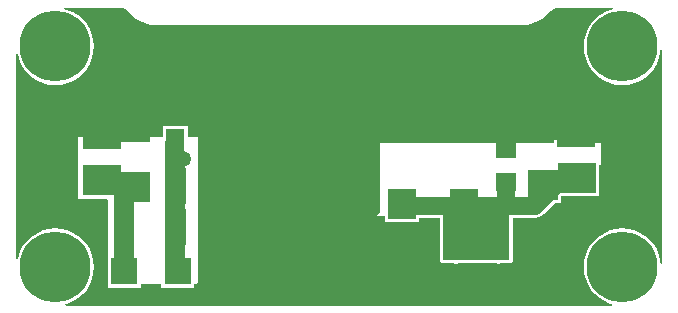
<source format=gbl>
G04 Layer_Physical_Order=2*
G04 Layer_Color=16711680*
%FSAX25Y25*%
%MOIN*%
G70*
G01*
G75*
%ADD10R,0.07087X0.06299*%
%ADD11R,0.06299X0.07087*%
%ADD15R,0.09055X0.09055*%
%ADD20C,0.06000*%
%ADD24R,0.12598X0.10000*%
%ADD25R,0.10000X0.10000*%
%ADD26C,0.23622*%
%ADD27C,0.05000*%
%ADD28R,0.06000X0.12000*%
%ADD29R,0.09449X0.10236*%
%ADD30C,0.06500*%
%ADD31R,0.06000X0.06700*%
%ADD32R,0.22300X0.18500*%
G36*
X0394066Y0332971D02*
X0393029Y0332722D01*
X0391166Y0331950D01*
X0389447Y0330896D01*
X0387913Y0329587D01*
X0386604Y0328053D01*
X0385550Y0326334D01*
X0384778Y0324471D01*
X0384308Y0322510D01*
X0384149Y0320500D01*
X0384308Y0318490D01*
X0384778Y0316529D01*
X0385550Y0314666D01*
X0386604Y0312947D01*
X0387913Y0311413D01*
X0389447Y0310104D01*
X0391166Y0309050D01*
X0393029Y0308278D01*
X0394990Y0307808D01*
X0397000Y0307649D01*
X0399010Y0307808D01*
X0400971Y0308278D01*
X0402834Y0309050D01*
X0404553Y0310104D01*
X0406087Y0311413D01*
X0407396Y0312947D01*
X0408450Y0314666D01*
X0409222Y0316529D01*
X0409692Y0318490D01*
X0409771Y0319483D01*
X0410271Y0319464D01*
Y0248036D01*
X0409771Y0248017D01*
X0409692Y0249010D01*
X0409222Y0250971D01*
X0408450Y0252834D01*
X0407396Y0254553D01*
X0406087Y0256087D01*
X0404553Y0257396D01*
X0402834Y0258450D01*
X0400971Y0259222D01*
X0399010Y0259692D01*
X0397000Y0259851D01*
X0394990Y0259692D01*
X0393029Y0259222D01*
X0391166Y0258450D01*
X0389447Y0257396D01*
X0387913Y0256087D01*
X0386604Y0254553D01*
X0385550Y0252834D01*
X0384778Y0250971D01*
X0384308Y0249010D01*
X0384149Y0247000D01*
X0384308Y0244990D01*
X0384778Y0243029D01*
X0385550Y0241166D01*
X0386604Y0239447D01*
X0387913Y0237913D01*
X0389447Y0236604D01*
X0391166Y0235550D01*
X0393029Y0234778D01*
X0393649Y0234629D01*
X0393590Y0234129D01*
X0211410D01*
X0211351Y0234629D01*
X0211971Y0234778D01*
X0213834Y0235550D01*
X0215553Y0236604D01*
X0217087Y0237913D01*
X0218396Y0239447D01*
X0219450Y0241166D01*
X0220222Y0243029D01*
X0220692Y0244990D01*
X0220851Y0247000D01*
X0220692Y0249010D01*
X0220222Y0250971D01*
X0219450Y0252834D01*
X0218396Y0254553D01*
X0217087Y0256087D01*
X0215553Y0257396D01*
X0213834Y0258450D01*
X0211971Y0259222D01*
X0210010Y0259692D01*
X0208000Y0259851D01*
X0205990Y0259692D01*
X0204029Y0259222D01*
X0202166Y0258450D01*
X0200447Y0257396D01*
X0198913Y0256087D01*
X0197604Y0254553D01*
X0196550Y0252834D01*
X0195778Y0250971D01*
X0195429Y0249518D01*
X0194929Y0249577D01*
Y0317923D01*
X0195429Y0317982D01*
X0195778Y0316529D01*
X0196550Y0314666D01*
X0197604Y0312947D01*
X0198913Y0311413D01*
X0200447Y0310104D01*
X0202166Y0309050D01*
X0204029Y0308278D01*
X0205990Y0307808D01*
X0208000Y0307649D01*
X0210010Y0307808D01*
X0211971Y0308278D01*
X0213834Y0309050D01*
X0215553Y0310104D01*
X0217087Y0311413D01*
X0218396Y0312947D01*
X0219450Y0314666D01*
X0220222Y0316529D01*
X0220692Y0318490D01*
X0220851Y0320500D01*
X0220692Y0322510D01*
X0220222Y0324471D01*
X0219450Y0326334D01*
X0218396Y0328053D01*
X0217087Y0329587D01*
X0215553Y0330896D01*
X0213834Y0331950D01*
X0211971Y0332722D01*
X0210934Y0332971D01*
X0210993Y0333471D01*
X0228625D01*
X0229123Y0333471D01*
X0229605Y0333426D01*
X0230311Y0333333D01*
X0231417Y0332875D01*
X0232367Y0332146D01*
X0232522Y0331945D01*
X0232522Y0331945D01*
X0232719Y0331719D01*
X0233565Y0330872D01*
X0233819Y0330619D01*
X0233870Y0330580D01*
X0233876Y0330572D01*
X0233933Y0330533D01*
X0233938Y0330539D01*
X0233964Y0330521D01*
X0234886Y0329734D01*
X0236369Y0328825D01*
X0237975Y0328160D01*
X0239666Y0327754D01*
X0241010Y0327648D01*
X0241400Y0327571D01*
X0363700D01*
X0364007Y0327632D01*
X0365561Y0327754D01*
X0367252Y0328160D01*
X0368859Y0328825D01*
X0370341Y0329734D01*
X0371263Y0330521D01*
X0371289Y0330539D01*
X0371294Y0330533D01*
X0371352Y0330572D01*
X0371357Y0330580D01*
X0371409Y0330619D01*
X0371662Y0330872D01*
X0372369Y0331579D01*
X0372509Y0331718D01*
X0372706Y0331945D01*
X0373051Y0332292D01*
X0373810Y0332875D01*
X0374916Y0333333D01*
X0375622Y0333426D01*
X0376104Y0333471D01*
X0376600Y0333471D01*
X0376601Y0333471D01*
X0394007D01*
X0394066Y0332971D01*
D02*
G37*
%LPC*%
G36*
X0378100Y0296687D02*
X0376991Y0296541D01*
X0375957Y0296112D01*
X0375069Y0295431D01*
X0374388Y0294543D01*
X0373959Y0293510D01*
X0373813Y0292400D01*
Y0290900D01*
X0373959Y0289791D01*
X0374328Y0288900D01*
X0374091Y0288400D01*
X0316300D01*
Y0265300D01*
X0315100Y0264100D01*
X0317876D01*
Y0261871D01*
X0329324D01*
Y0263366D01*
X0336180D01*
Y0249400D01*
X0336258Y0249010D01*
X0336479Y0248679D01*
X0336810Y0248458D01*
X0337200Y0248380D01*
X0340127D01*
X0340586Y0248190D01*
X0341500Y0248070D01*
X0342414Y0248190D01*
X0342873Y0248380D01*
X0347660D01*
X0348500Y0248270D01*
X0349340Y0248380D01*
X0354327D01*
X0354786Y0248190D01*
X0355700Y0248070D01*
X0356614Y0248190D01*
X0357073Y0248380D01*
X0359500D01*
X0359890Y0248458D01*
X0360221Y0248679D01*
X0360442Y0249010D01*
X0360520Y0249400D01*
Y0263366D01*
X0367900D01*
X0367900Y0263366D01*
X0368944Y0263503D01*
X0369917Y0263906D01*
X0370753Y0264547D01*
X0374606Y0268400D01*
X0376700D01*
Y0270494D01*
X0377006Y0270800D01*
X0389099D01*
Y0281000D01*
X0389900D01*
Y0288300D01*
X0389800Y0288400D01*
X0382109D01*
X0381872Y0288900D01*
X0382241Y0289791D01*
X0382387Y0290900D01*
Y0292400D01*
X0382241Y0293510D01*
X0381812Y0294543D01*
X0381131Y0295431D01*
X0380243Y0296112D01*
X0379209Y0296541D01*
X0378100Y0296687D01*
D02*
G37*
G36*
X0233200Y0298287D02*
X0232090Y0298141D01*
X0231057Y0297712D01*
X0230169Y0297031D01*
X0228069Y0294931D01*
X0227388Y0294043D01*
X0226959Y0293009D01*
X0226813Y0291900D01*
X0226945Y0290900D01*
X0226652Y0290400D01*
X0215700D01*
X0215600Y0290500D01*
Y0269800D01*
X0225099D01*
X0225596Y0269381D01*
X0225404Y0241760D01*
X0225400Y0241200D01*
X0225400Y0241200D01*
X0225514Y0240747D01*
Y0239985D01*
X0236569D01*
Y0241300D01*
X0243231D01*
Y0239985D01*
X0254286D01*
Y0241300D01*
X0255000D01*
X0255400Y0241700D01*
Y0290400D01*
X0252138D01*
Y0294043D01*
X0243839D01*
Y0290400D01*
X0236315D01*
X0236124Y0290862D01*
X0236231Y0290969D01*
X0236912Y0291857D01*
X0237341Y0292891D01*
X0237487Y0294000D01*
X0237341Y0295110D01*
X0236912Y0296143D01*
X0236231Y0297031D01*
X0235343Y0297712D01*
X0234310Y0298141D01*
X0233200Y0298287D01*
D02*
G37*
%LPD*%
D10*
X0358300Y0286212D02*
D03*
Y0275188D02*
D03*
D11*
X0259012Y0289500D02*
D03*
X0247988D02*
D03*
D15*
X0231042Y0245513D02*
D03*
X0248758D02*
D03*
D20*
X0358300Y0275188D02*
X0358500Y0274988D01*
X0323600Y0267400D02*
Y0267989D01*
X0358300Y0267400D02*
X0367900D01*
X0358300D02*
Y0275188D01*
X0323600Y0267400D02*
X0358300D01*
X0367900D02*
X0376500Y0276000D01*
X0383000D01*
D24*
X0381800Y0276800D02*
D03*
X0381500Y0292100D02*
D03*
X0223400Y0291160D02*
D03*
X0223700Y0275860D02*
D03*
D25*
X0370700Y0274400D02*
D03*
Y0294200D02*
D03*
X0234500Y0293560D02*
D03*
Y0273760D02*
D03*
D26*
X0397000Y0247000D02*
D03*
Y0320500D02*
D03*
X0208000D02*
D03*
Y0247000D02*
D03*
D27*
X0250900Y0283000D02*
D03*
X0307000Y0298000D02*
D03*
X0305100Y0238900D02*
D03*
X0270900Y0282500D02*
D03*
X0265600D02*
D03*
Y0271500D02*
D03*
X0270900D02*
D03*
Y0277000D02*
D03*
X0265600D02*
D03*
Y0288000D02*
D03*
X0270900D02*
D03*
X0355700Y0251600D02*
D03*
X0348500Y0251800D02*
D03*
X0341500Y0251600D02*
D03*
D28*
X0262702Y0274000D02*
D03*
X0248498D02*
D03*
X0262802Y0260200D02*
D03*
X0248598D02*
D03*
D29*
X0323600Y0267989D02*
D03*
Y0293186D02*
D03*
X0344300Y0268002D02*
D03*
Y0293198D02*
D03*
D30*
X0231100Y0291900D02*
X0233200Y0294000D01*
X0231042Y0245513D02*
Y0272602D01*
X0378100Y0290900D02*
Y0292400D01*
X0247958Y0245513D02*
Y0285100D01*
D31*
X0247700Y0285650D02*
D03*
D32*
X0348350Y0258650D02*
D03*
M02*

</source>
